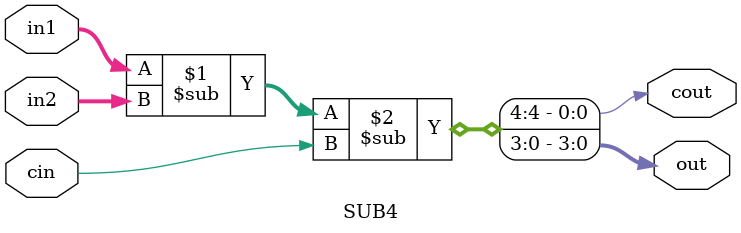
<source format=v>
module SUB4 #(parameter SIZE = 4)(input [SIZE-1:0] in1, in2, 
    input cin, output [SIZE-1:0] out, output cout);
assign {cout, out} = in1 - in2 - cin;
endmodule
</source>
